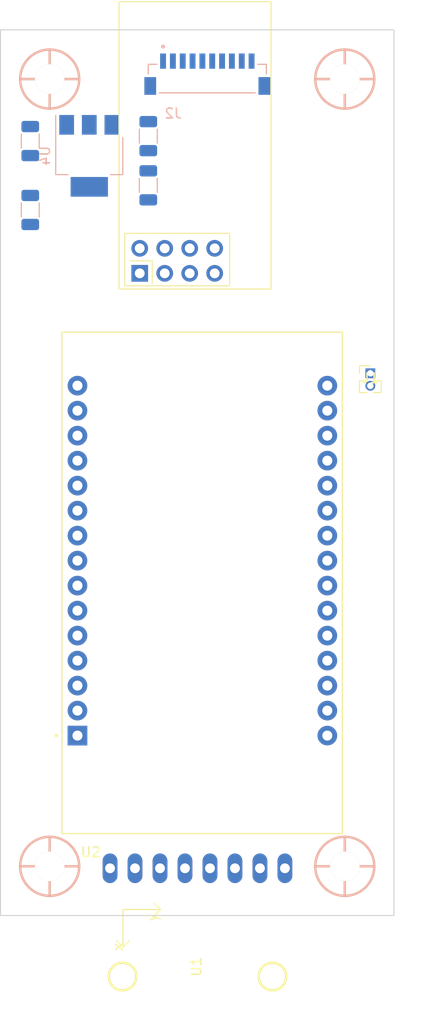
<source format=kicad_pcb>
(kicad_pcb (version 20221018) (generator pcbnew)
  (layers (0 "F.Cu" signal) (31 "B.Cu" signal) (34 "B.Paste" user) (35 "F.Paste" user) (36 "B.SilkS" user "B.Silkscreen") (37 "F.SilkS" user "F.Silkscreen") (38 "B.Mask" user) (39 "F.Mask" user) (44 "Edge.Cuts" user))
  (net 0 "")
  (net 1 "+5V")
  (net 2 "GND")
  (net 3 "+3V3")
  (net 4 "/Jumper_Serial")
  (net 5 "/S4_MOTOR")
  (net 6 "/S3_MOTOR")
  (net 7 "/S2_MOTOR")
  (net 8 "/S1_MOTOR")
  (net 10 "/CE_NRF24L01")
  (net 11 "/CSN_NRF24L01")
  (net 12 "/SCK_NRF24L01")
  (net 13 "/MOSI_NRF24L01")
  (net 14 "/MISO_NRF24L01")
  (net 15 "/IRQ_NRF24L01")
  (net 18 "Net-(J2-SHIELD-PadS1)")
  (net 29 "/SDA_MPU6050")
  (net 32 "/SCL_MPU6050")
  (net 34 "/XDA_MPU6050")
  (net 35 "/XCL_MPU6050")
  (net 36 "/AD0_MPU6050")
  (net 37 "/INT_MPU6050")
  (footprint "Connector_PinHeader_1.27mm:PinHeader_1x02_P1.27mm_Vertical" (layer "F.Cu") (at 151.575 85.7)
    (fp_text reference "J1" (at 0 0.5) (layer "F.SilkS"))
    (fp_text value "Jumper Serial")
    (fp_line (start -1.11 -0.76) (end 0 -0.76) (stroke (width 0.12)) (layer "F.SilkS"))
    (fp_line (start -1.11 0) (end -1.11 -0.76) (stroke (width 0.12)) (layer "F.SilkS"))
    (fp_line (start -1.11 0.76) (end -1.11 1.965) (stroke (width 0.12)) (layer "F.SilkS"))
    (fp_line (start -1.11 0.76) (end -0.563471 0.76) (stroke (width 0.12)) (layer "F.SilkS"))
    (fp_line (start -1.11 1.965) (end -0.30753 1.965) (stroke (width 0.12)) (layer "F.SilkS"))
    (fp_line (start 0.30753 1.965) (end 1.11 1.965) (stroke (width 0.12)) (layer "F.SilkS"))
    (fp_line (start 0.563471 0.76) (end 1.11 0.76) (stroke (width 0.12)) (layer "F.SilkS"))
    (fp_line (start 1.11 0.76) (end 1.11 1.965) (stroke (width 0.12)) (layer "F.SilkS"))
    (pad "1" thru_hole rect (at 0 0) (size 1 1) (drill 0.65) (layers "*.Cu" "*.Mask") (net 1 "+5V"))
    (pad "2" thru_hole oval (at 0 1.27) (size 1 1) (drill 0.65) (layers "*.Cu" "*.Mask") (net 4 "/Jumper_Serial"))
  )
  (footprint "Footprints:ESP32-DEVKIT-V1-30Pines" (layer "F.Cu") (at 134 107 180)
    (fp_text reference "U2" (at 10.855 -27.36) (layer "F.SilkS"))
    (fp_text value "ESP32-DEVKIT-V1")
    (fp_line (start -14.73 -25.475) (end -14.73 25.475) (stroke (width 0.127)) (layer "F.SilkS"))
    (fp_line (start -14.73 -25.475) (end -14.73 25.475) (stroke (width 0.127)) (layer "F.SilkS"))
    (fp_line (start -14.73 25.475) (end 13.78 25.475) (stroke (width 0.127)) (layer "F.SilkS"))
    (fp_line (start -9.28 25.475) (end -14.73 25.475) (stroke (width 0.127)) (layer "F.SilkS"))
    (fp_line (start -4 -25.475) (end -14.73 -25.475) (stroke (width 0.127)) (layer "F.SilkS"))
    (fp_line (start 2.711 -25.475) (end -4 -25.475) (stroke (width 0.127)) (layer "F.SilkS"))
    (fp_line (start 8.41 25.475) (end -9.28 25.475) (stroke (width 0.127)) (layer "F.SilkS"))
    (fp_line (start 13.78 -25.475) (end -14.73 -25.475) (stroke (width 0.127)) (layer "F.SilkS"))
    (fp_line (start 13.78 -25.475) (end 2.711 -25.475) (stroke (width 0.127)) (layer "F.SilkS"))
    (fp_line (start 13.78 25.475) (end 8.41 25.475) (stroke (width 0.127)) (layer "F.SilkS"))
    (fp_line (start 13.78 25.475) (end 13.78 -25.475) (stroke (width 0.127)) (layer "F.SilkS"))
    (fp_line (start 13.78 25.475) (end 13.78 -25.475) (stroke (width 0.127)) (layer "F.SilkS"))
    (fp_circle (center 14.35 -15.515) (end 14.25 -15.515) (stroke (width 0.2)) (fill none) (layer "F.SilkS"))
    (pad "" np_thru_hole circle (at -12.73 -23.475 180) (size 3 3) (drill 3) (layers "*.Cu" "*.Mask"))
    (pad "" np_thru_hole circle (at -12.73 23.475 180) (size 3 3) (drill 3) (layers "*.Cu" "*.Mask"))
    (pad "" np_thru_hole circle (at 11.78 -23.475 180) (size 3 3) (drill 3) (layers "*.Cu" "*.Mask"))
    (pad "" np_thru_hole circle (at 11.78 23.475 180) (size 3 3) (drill 3) (layers "*.Cu" "*.Mask"))
    (pad "1" thru_hole rect (at 12.2 -15.515 180) (size 2 2) (drill 1.02) (layers "*.Cu" "*.Mask") (net 4 "/Jumper_Serial"))
    (pad "2" thru_hole circle (at 12.2 -12.975 180) (size 2 2) (drill 1.02) (layers "*.Cu" "*.Mask") (net 2 "GND"))
    (pad "3" thru_hole circle (at 12.2 -10.435 180) (size 2 2) (drill 1.02) (layers "*.Cu" "*.Mask"))
    (pad "4" thru_hole circle (at 12.2 -7.895 180) (size 2 2) (drill 1.02) (layers "*.Cu" "*.Mask") (net 5 "/S4_MOTOR"))
    (pad "5" thru_hole circle (at 12.2 -5.355 180) (size 2 2) (drill 1.02) (layers "*.Cu" "*.Mask") (net 6 "/S3_MOTOR"))
    (pad "6" thru_hole circle (at 12.2 -2.815 180) (size 2 2) (drill 1.02) (layers "*.Cu" "*.Mask") (net 7 "/S2_MOTOR"))
    (pad "7" thru_hole circle (at 12.2 -0.275 180) (size 2 2) (drill 1.02) (layers "*.Cu" "*.Mask") (net 8 "/S1_MOTOR"))
    (pad "8" thru_hole circle (at 12.2 2.265 180) (size 2 2) (drill 1.02) (layers "*.Cu" "*.Mask"))
    (pad "9" thru_hole circle (at 12.2 4.805 180) (size 2 2) (drill 1.02) (layers "*.Cu" "*.Mask"))
    (pad "10" thru_hole circle (at 12.2 7.345 180) (size 2 2) (drill 1.02) (layers "*.Cu" "*.Mask"))
    (pad "11" thru_hole circle (at 12.2 9.885 180) (size 2 2) (drill 1.02) (layers "*.Cu" "*.Mask"))
    (pad "12" thru_hole circle (at 12.2 12.425 180) (size 2 2) (drill 1.02) (layers "*.Cu" "*.Mask"))
    (pad "13" thru_hole circle (at 12.2 14.965 180) (size 2 2) (drill 1.02) (layers "*.Cu" "*.Mask"))
    (pad "14" thru_hole circle (at 12.2 17.505 180) (size 2 2) (drill 1.02) (layers "*.Cu" "*.Mask"))
    (pad "15" thru_hole circle (at 12.2 20.045 180) (size 2 2) (drill 1.02) (layers "*.Cu" "*.Mask"))
    (pad "16" thru_hole circle (at -13.2 20.045 180) (size 2 2) (drill 1.02) (layers "*.Cu" "*.Mask") (net 13 "/MOSI_NRF24L01"))
    (pad "17" thru_hole circle (at -13.2 17.505 180) (size 2 2) (drill 1.02) (layers "*.Cu" "*.Mask") (net 32 "/SCL_MPU6050"))
    (pad "18" thru_hole circle (at -13.2 14.965 180) (size 2 2) (drill 1.02) (layers "*.Cu" "*.Mask"))
    (pad "19" thru_hole circle (at -13.2 12.425 180) (size 2 2) (drill 1.02) (layers "*.Cu" "*.Mask"))
    (pad "20" thru_hole circle (at -13.2 9.885 180) (size 2 2) (drill 1.02) (layers "*.Cu" "*.Mask") (net 29 "/SDA_MPU6050"))
    (pad "21" thru_hole circle (at -13.2 7.345 180) (size 2 2) (drill 1.02) (layers "*.Cu" "*.Mask") (net 14 "/MISO_NRF24L01"))
    (pad "22" thru_hole circle (at -13.2 4.805 180) (size 2 2) (drill 1.02) (layers "*.Cu" "*.Mask") (net 12 "/SCK_NRF24L01"))
    (pad "23" thru_hole circle (at -13.2 2.265 180) (size 2 2) (drill 1.02) (layers "*.Cu" "*.Mask") (net 11 "/CSN_NRF24L01"))
    (pad "24" thru_hole circle (at -13.2 -0.275 180) (size 2 2) (drill 1.02) (layers "*.Cu" "*.Mask"))
    (pad "25" thru_hole circle (at -13.2 -2.815 180) (size 2 2) (drill 1.02) (layers "*.Cu" "*.Mask"))
    (pad "26" thru_hole circle (at -13.2 -5.355 180) (size 2 2) (drill 1.02) (layers "*.Cu" "*.Mask") (net 15 "/IRQ_NRF24L01"))
    (pad "27" thru_hole circle (at -13.2 -7.895 180) (size 2 2) (drill 1.02) (layers "*.Cu" "*.Mask"))
    (pad "28" thru_hole circle (at -13.2 -10.435 180) (size 2 2) (drill 1.02) (layers "*.Cu" "*.Mask"))
    (pad "29" thru_hole circle (at -13.2 -12.975 180) (size 2 2) (drill 1.02) (layers "*.Cu" "*.Mask") (net 2 "GND"))
    (pad "30" thru_hole circle (at -13.2 -15.515 180) (size 2 2) (drill 1.02) (layers "*.Cu" "*.Mask"))
  )
  (footprint "EESTN5:hole_3mm" (layer "F.Cu") (at 148.975 55.8)
    (fp_text reference "H2" hide)
    (fp_text value "Mounting_Hole" hide)
    (fp_line (start -3 0) (end 3 0) (stroke (width 0.254)) (layer "B.SilkS"))
    (fp_line (start 0 -3) (end 0 3) (stroke (width 0.254)) (layer "B.SilkS"))
    (fp_circle (center 0 0) (end 3 0) (stroke (width 0.254)) (fill none) (layer "B.SilkS"))
    (fp_line (start -3 0) (end 3 0) (stroke (width 0.254)) (layer "F.SilkS"))
    (fp_line (start 0 -3) (end 0 3) (stroke (width 0.254)) (layer "F.SilkS"))
    (fp_circle (center 0 0) (end 3 0) (stroke (width 0.254)) (fill none) (layer "F.SilkS"))
    (pad "1" thru_hole circle (at 0 0) (size 3 3) (drill 3) (layers "*.Cu" "F.SilkS"))
  )
  (footprint "RF_Module:nRF24L01_Breakout" (layer "F.Cu") (at 128.13 75.54 90)
    (fp_text reference "U3" hide)
    (fp_text value "Nrf24l01")
    (fp_line (start -1.6 -2.1) (end -1.6 -2.1) (stroke (width 0.12)) (layer "F.SilkS"))
    (fp_line (start -1.6 -2.1) (end 27.6 -2.1) (stroke (width 0.12)) (layer "F.SilkS"))
    (fp_line (start -1.6 13.35) (end -1.6 -2.1) (stroke (width 0.12)) (layer "F.SilkS"))
    (fp_line (start -1.27 -1.524) (end -1.27 -1.524) (stroke (width 0.12)) (layer "F.SilkS"))
    (fp_line (start -1.27 -1.524) (end 4.064 -1.524) (stroke (width 0.12)) (layer "F.SilkS"))
    (fp_line (start -1.27 9.144) (end -1.27 -1.524) (stroke (width 0.12)) (layer "F.SilkS"))
    (fp_line (start -1.27 9.144) (end -1.27 9.144) (stroke (width 0.12)) (layer "F.SilkS"))
    (fp_line (start -1.016 1.27) (end -1.016 1.27) (stroke (width 0.12)) (layer "F.SilkS"))
    (fp_line (start 1.27 -1.016) (end 1.27 1.27) (stroke (width 0.12)) (layer "F.SilkS"))
    (fp_line (start 1.27 1.27) (end -1.016 1.27) (stroke (width 0.12)) (layer "F.SilkS"))
    (fp_line (start 4.064 -1.524) (end 4.064 9.144) (stroke (width 0.12)) (layer "F.SilkS"))
    (fp_line (start 4.064 9.144) (end -1.27 9.144) (stroke (width 0.12)) (layer "F.SilkS"))
    (fp_line (start 27.6 -2.1) (end 27.6 13.35) (stroke (width 0.12)) (layer "F.SilkS"))
    (fp_line (start 27.6 13.35) (end -1.6 13.35) (stroke (width 0.12)) (layer "F.SilkS"))
    (pad "1" thru_hole rect (at 0 0 90) (size 1.7 1.7) (drill 1) (layers "*.Cu" "*.Mask") (net 2 "GND"))
    (pad "2" thru_hole circle (at 2.54 0 90) (size 1.7 1.7) (drill 1) (layers "*.Cu" "*.Mask") (net 3 "+3V3"))
    (pad "3" thru_hole circle (at 0 2.54 90) (size 1.7 1.7) (drill 1) (layers "*.Cu" "*.Mask") (net 10 "/CE_NRF24L01"))
    (pad "4" thru_hole circle (at 2.54 2.54 90) (size 1.7 1.7) (drill 1) (layers "*.Cu" "*.Mask") (net 11 "/CSN_NRF24L01"))
    (pad "5" thru_hole circle (at 0 5.08 90) (size 1.7 1.7) (drill 1) (layers "*.Cu" "*.Mask") (net 12 "/SCK_NRF24L01"))
    (pad "6" thru_hole circle (at 2.54 5.08 90) (size 1.7 1.7) (drill 1) (layers "*.Cu" "*.Mask") (net 13 "/MOSI_NRF24L01"))
    (pad "7" thru_hole circle (at 0 7.62 90) (size 1.7 1.7) (drill 1) (layers "*.Cu" "*.Mask") (net 14 "/MISO_NRF24L01"))
    (pad "8" thru_hole circle (at 2.54 7.62 90) (size 1.7 1.7) (drill 1) (layers "*.Cu" "*.Mask") (net 15 "/IRQ_NRF24L01"))
  )
  (footprint "EESTN5:hole_3mm" (layer "F.Cu") (at 148.975 135.8)
    (fp_text reference "H3" hide)
    (fp_text value "Mounting_Hole" hide)
    (fp_line (start -3 0) (end 3 0) (stroke (width 0.254)) (layer "B.SilkS"))
    (fp_line (start 0 -3) (end 0 3) (stroke (width 0.254)) (layer "B.SilkS"))
    (fp_circle (center 0 0) (end 3 0) (stroke (width 0.254)) (fill none) (layer "B.SilkS"))
    (fp_line (start -3 0) (end 3 0) (stroke (width 0.254)) (layer "F.SilkS"))
    (fp_line (start 0 -3) (end 0 3) (stroke (width 0.254)) (layer "F.SilkS"))
    (fp_circle (center 0 0) (end 3 0) (stroke (width 0.254)) (fill none) (layer "F.SilkS"))
    (pad "1" thru_hole circle (at 0 0) (size 3 3) (drill 3) (layers "*.Cu" "F.SilkS"))
  )
  (footprint "Footprints:MPU-6050" (layer "F.Cu") (at 142.89 136 -90)
    (fp_text reference "U1" (at 10 9 90) (layer "F.SilkS"))
    (fp_text value "MPU-5060")
    (fp_text user "x" (at 8 17 90) (layer "F.SilkS"))
    (fp_text user "y" (at 5 13.5 90) (layer "F.SilkS"))
    (fp_line (start 4.19 12.65) (end 3.555 13.285) (stroke (width 0.127)) (layer "F.SilkS"))
    (fp_line (start 4.19 12.65) (end 4.825 13.285) (stroke (width 0.127)) (layer "F.SilkS"))
    (fp_line (start 4.19 16.46) (end 4.19 12.65) (stroke (width 0.127)) (layer "F.SilkS"))
    (fp_line (start 4.19 16.46) (end 8 16.46) (stroke (width 0.127)) (layer "F.SilkS"))
    (fp_line (start 8 16.46) (end 7.365 15.825) (stroke (width 0.127)) (layer "F.SilkS"))
    (fp_line (start 8 16.46) (end 7.365 17.095) (stroke (width 0.127)) (layer "F.SilkS"))
    (fp_circle (center 11 1.27) (end 12.4 1.27) (stroke (width 0.254)) (fill none) (layer "F.SilkS"))
    (fp_circle (center 11 16.51) (end 12.4 16.51) (stroke (width 0.254)) (fill none) (layer "F.SilkS"))
    (pad "1" thru_hole oval (at 0 0 270) (size 3.016 1.508) (drill 1) (layers "*.Cu" "*.Mask") (net 3 "+3V3"))
    (pad "2" thru_hole oval (at 0 2.54 270) (size 3.016 1.508) (drill 1) (layers "*.Cu" "*.Mask") (net 2 "GND"))
    (pad "3" thru_hole oval (at 0 5.08 270) (size 3.016 1.508) (drill 1) (layers "*.Cu" "*.Mask") (net 32 "/SCL_MPU6050"))
    (pad "4" thru_hole oval (at 0 7.62 270) (size 3.016 1.508) (drill 1) (layers "*.Cu" "*.Mask") (net 29 "/SDA_MPU6050"))
    (pad "5" thru_hole oval (at 0 10.16 270) (size 3.016 1.508) (drill 1) (layers "*.Cu" "*.Mask") (net 34 "/XDA_MPU6050"))
    (pad "6" thru_hole oval (at 0 12.7 270) (size 3.016 1.508) (drill 1) (layers "*.Cu" "*.Mask") (net 35 "/XCL_MPU6050"))
    (pad "7" thru_hole oval (at 0 15.24 270) (size 3.016 1.508) (drill 1) (layers "*.Cu" "*.Mask") (net 36 "/AD0_MPU6050"))
    (pad "8" thru_hole oval (at 0 17.78 270) (size 3.016 1.508) (drill 1) (layers "*.Cu" "*.Mask") (net 37 "/INT_MPU6050"))
  )
  (footprint "EESTN5:hole_3mm" (layer "F.Cu") (at 118.975 55.8)
    (fp_text reference "H1" hide)
    (fp_text value "Mounting_Hole" hide)
    (fp_line (start -3 0) (end 3 0) (stroke (width 0.254)) (layer "B.SilkS"))
    (fp_line (start 0 -3) (end 0 3) (stroke (width 0.254)) (layer "B.SilkS"))
    (fp_circle (center 0 0) (end 3 0) (stroke (width 0.254)) (fill none) (layer "B.SilkS"))
    (fp_line (start -3 0) (end 3 0) (stroke (width 0.254)) (layer "F.SilkS"))
    (fp_line (start 0 -3) (end 0 3) (stroke (width 0.254)) (layer "F.SilkS"))
    (fp_circle (center 0 0) (end 3 0) (stroke (width 0.254)) (fill none) (layer "F.SilkS"))
    (pad "1" thru_hole circle (at 0 0) (size 3 3) (drill 3) (layers "*.Cu" "F.SilkS"))
  )
  (footprint "EESTN5:hole_3mm" (layer "F.Cu") (at 118.975 135.8)
    (fp_text reference "H4" hide)
    (fp_text value "Mounting_Hole" hide)
    (fp_line (start -3 0) (end 3 0) (stroke (width 0.254)) (layer "B.SilkS"))
    (fp_line (start 0 -3) (end 0 3) (stroke (width 0.254)) (layer "B.SilkS"))
    (fp_circle (center 0 0) (end 3 0) (stroke (width 0.254)) (fill none) (layer "B.SilkS"))
    (fp_line (start -3 0) (end 3 0) (stroke (width 0.254)) (layer "F.SilkS"))
    (fp_line (start 0 -3) (end 0 3) (stroke (width 0.254)) (layer "F.SilkS"))
    (fp_circle (center 0 0) (end 3 0) (stroke (width 0.254)) (fill none) (layer "F.SilkS"))
    (pad "1" thru_hole circle (at 0 0) (size 3 3) (drill 3) (layers "*.Cu" "F.SilkS"))
  )
  (footprint "Capacitor_SMD:C_1206_3216Metric" (layer "B.Cu") (at 129 61.6 -90)
    (fp_text reference "C1" hide)
    (fp_text value "220uF")
    (fp_line (start -0.711252 -0.91) (end 0.711252 -0.91) (stroke (width 0.12)) (layer "B.SilkS"))
    (fp_line (start -0.711252 0.91) (end 0.711252 0.91) (stroke (width 0.12)) (layer "B.SilkS"))
    (pad "1" smd roundrect (at -1.475 0 270) (size 1.15 1.8) (layers "B.Cu" "B.Paste" "B.Mask") (roundrect_rratio 0.217391) (net 1 "+5V"))
    (pad "2" smd roundrect (at 1.475 0 270) (size 1.15 1.8) (layers "B.Cu" "B.Paste" "B.Mask") (roundrect_rratio 0.217391) (net 2 "GND"))
  )
  (footprint "Capacitor_SMD:C_1206_3216Metric" (layer "B.Cu") (at 117 62.1 90)
    (fp_text reference "C7" hide)
    (fp_text value "100nF")
    (fp_line (start -0.711252 -0.91) (end 0.711252 -0.91) (stroke (width 0.12)) (layer "B.SilkS"))
    (fp_line (start -0.711252 0.91) (end 0.711252 0.91) (stroke (width 0.12)) (layer "B.SilkS"))
    (pad "1" smd roundrect (at -1.475 0 90) (size 1.15 1.8) (layers "B.Cu" "B.Paste" "B.Mask") (roundrect_rratio 0.217391) (net 3 "+3V3"))
    (pad "2" smd roundrect (at 1.475 0 90) (size 1.15 1.8) (layers "B.Cu" "B.Paste" "B.Mask") (roundrect_rratio 0.217391) (net 2 "GND"))
  )
  (footprint "Capacitor_SMD:C_1206_3216Metric" (layer "B.Cu") (at 129 66.6 90)
    (fp_text reference "C3" hide)
    (fp_text value "100nF")
    (fp_line (start -0.711252 -0.91) (end 0.711252 -0.91) (stroke (width 0.12)) (layer "B.SilkS"))
    (fp_line (start -0.711252 0.91) (end 0.711252 0.91) (stroke (width 0.12)) (layer "B.SilkS"))
    (pad "1" smd roundrect (at -1.475 0 90) (size 1.15 1.8) (layers "B.Cu" "B.Paste" "B.Mask") (roundrect_rratio 0.217391) (net 1 "+5V"))
    (pad "2" smd roundrect (at 1.475 0 90) (size 1.15 1.8) (layers "B.Cu" "B.Paste" "B.Mask") (roundrect_rratio 0.217391) (net 2 "GND"))
  )
  (footprint "Package_TO_SOT_SMD:SOT-223-3_TabPin2" (layer "B.Cu") (at 123 63.6 -90)
    (fp_text reference "U4" (at 0 4.5 90) (layer "B.SilkS") (effects (justify mirror)))
    (fp_text value "AMS1117-3.3")
    (fp_line (start -4.1 3.41) (end 1.91 3.41) (stroke (width 0.12)) (layer "B.SilkS"))
    (fp_line (start -1.85 -3.41) (end 1.91 -3.41) (stroke (width 0.12)) (layer "B.SilkS"))
    (fp_line (start 1.91 -3.41) (end 1.91 -2.15) (stroke (width 0.12)) (layer "B.SilkS"))
    (fp_line (start 1.91 3.41) (end 1.91 2.15) (stroke (width 0.12)) (layer "B.SilkS"))
    (pad "1" smd rect (at -3.15 2.3 270) (size 2 1.5) (layers "B.Cu" "B.Paste" "B.Mask") (net 2 "GND"))
    (pad "2" smd rect (at -3.15 0 270) (size 2 1.5) (layers "B.Cu" "B.Paste" "B.Mask") (net 3 "+3V3"))
    (pad "2" smd rect (at 3.15 0 270) (size 2 3.8) (layers "B.Cu" "B.Paste" "B.Mask") (net 3 "+3V3"))
    (pad "3" smd rect (at -3.15 -2.3 270) (size 2 1.5) (layers "B.Cu" "B.Paste" "B.Mask") (net 1 "+5V"))
  )
  (footprint "Capacitor_SMD:C_1206_3216Metric" (layer "B.Cu") (at 117 69.1 -90)
    (fp_text reference "C5" hide)
    (fp_text value "10uF")
    (fp_line (start -0.711252 -0.91) (end 0.711252 -0.91) (stroke (width 0.12)) (layer "B.SilkS"))
    (fp_line (start -0.711252 0.91) (end 0.711252 0.91) (stroke (width 0.12)) (layer "B.SilkS"))
    (pad "1" smd roundrect (at -1.475 0 270) (size 1.15 1.8) (layers "B.Cu" "B.Paste" "B.Mask") (roundrect_rratio 0.217391) (net 3 "+3V3"))
    (pad "2" smd roundrect (at 1.475 0 270) (size 1.15 1.8) (layers "B.Cu" "B.Paste" "B.Mask") (roundrect_rratio 0.217391) (net 2 "GND"))
  )
  (footprint "Footprints:JST10mm" (layer "B.Cu") (at 135 56.5)
    (fp_text reference "J2" (at -3.475 2.785) (layer "B.SilkS") (effects (justify mirror)))
    (fp_text value "CONN")
    (fp_line (start -6 -2.2) (end -6 -1.22) (stroke (width 0.127)) (layer "B.SilkS"))
    (fp_line (start -5.12 -2.2) (end -6 -2.2) (stroke (width 0.127)) (layer "B.SilkS"))
    (fp_line (start -4.88 0.7) (end 4.88 0.7) (stroke (width 0.127)) (layer "B.SilkS"))
    (fp_line (start 6 -2.2) (end 5.12 -2.2) (stroke (width 0.127)) (layer "B.SilkS"))
    (fp_line (start 6 -2.2) (end 6 -1.22) (stroke (width 0.127)) (layer "B.SilkS"))
    (fp_circle (center -4.5 -4) (end -4.4 -4) (stroke (width 0.2)) (fill none) (layer "B.SilkS"))
    (pad "1" smd rect (at -4.5 -2.525) (size 0.6 1.55) (layers "B.Cu" "B.Paste" "B.Mask"))
    (pad "2" smd rect (at -3.5 -2.525) (size 0.6 1.55) (layers "B.Cu" "B.Paste" "B.Mask") (net 2 "GND"))
    (pad "3" smd rect (at -2.5 -2.525) (size 0.6 1.55) (layers "B.Cu" "B.Paste" "B.Mask"))
    (pad "4" smd rect (at -1.5 -2.525) (size 0.6 1.55) (layers "B.Cu" "B.Paste" "B.Mask"))
    (pad "5" smd rect (at -0.5 -2.525) (size 0.6 1.55) (layers "B.Cu" "B.Paste" "B.Mask") (net 2 "GND"))
    (pad "6" smd rect (at 0.5 -2.525) (size 0.6 1.55) (layers "B.Cu" "B.Paste" "B.Mask") (net 1 "+5V"))
    (pad "7" smd rect (at 1.5 -2.525) (size 0.6 1.55) (layers "B.Cu" "B.Paste" "B.Mask") (net 8 "/S1_MOTOR"))
    (pad "8" smd rect (at 2.5 -2.525) (size 0.6 1.55) (layers "B.Cu" "B.Paste" "B.Mask") (net 7 "/S2_MOTOR"))
    (pad "9" smd rect (at 3.5 -2.525) (size 0.6 1.55) (layers "B.Cu" "B.Paste" "B.Mask") (net 6 "/S3_MOTOR"))
    (pad "10" smd rect (at 4.5 -2.525) (size 0.6 1.55) (layers "B.Cu" "B.Paste" "B.Mask") (net 5 "/S4_MOTOR"))
    (pad "S1" smd rect (at -5.8 0) (size 1.2 1.8) (layers "B.Cu" "B.Paste" "B.Mask") (net 18 "Net-(J2-SHIELD-PadS1)"))
    (pad "S2" smd rect (at 5.8 0) (size 1.2 1.8) (layers "B.Cu" "B.Paste" "B.Mask") (net 18 "Net-(J2-SHIELD-PadS1)"))
  )
  (gr_line (start 113.975 140.8) (end 113.975 50.8) (stroke (width 0.1)) (layer "Edge.Cuts"))
  (gr_line (start 153.975 140.8) (end 113.975 140.8) (stroke (width 0.1)) (layer "Edge.Cuts"))
  (gr_line (start 153.975 50.8) (end 153.975 140.8) (stroke (width 0.1)) (layer "Edge.Cuts"))
  (gr_line (start 113.975 50.8) (end 153.975 50.8) (stroke (width 0.1)) (layer "Edge.Cuts"))
)
</source>
